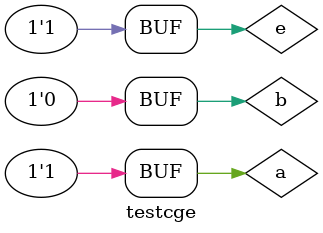
<source format=v>
`timescale 1ns/1ns
module testcge();
  reg a=0,b=0,e=0;
  wire w;
  cge test2(a,b,e,w);
  initial begin 
  a=1;e=1;
  #(50) a=0;b=1;
  #(50) a=1;
  #(50) a=0;b=0;e=0;
  #(50) a=1;e=1;
  end
endmodule

</source>
